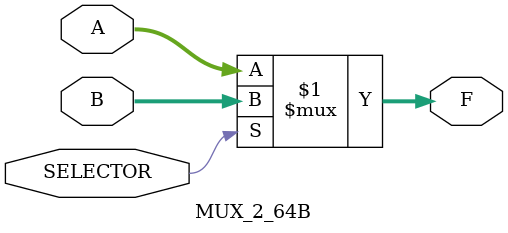
<source format=sv>
module MUX_2_64B (input logic[63:0] A, B, input logic SELECTOR, output logic [63:0] F);

assign F = SELECTOR ? B : A; 

endmodule

</source>
